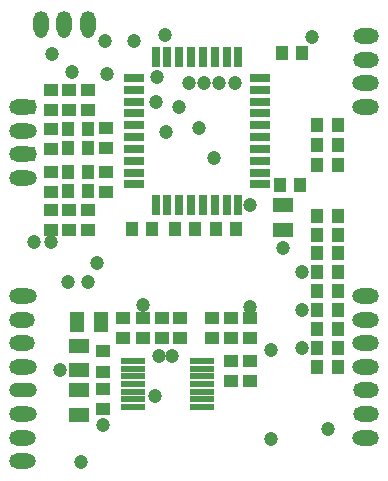
<source format=gbr>
G04 DipTrace 2.4.0.2*
%IN1_Layer_Top_Mask.gbr*%
%MOIN*%
%ADD41R,0.0669X0.0315*%
%ADD43R,0.0315X0.0669*%
%ADD45R,0.0787X0.0236*%
%ADD51O,0.0866X0.0492*%
%ADD53O,0.0512X0.0866*%
%ADD55R,0.0669X0.0472*%
%ADD57C,0.0472*%
%ADD59O,0.0866X0.0512*%
%ADD61R,0.0512X0.0669*%
%ADD63R,0.0479X0.0429*%
%ADD65R,0.0669X0.0512*%
%ADD67R,0.0429X0.0479*%
%FSLAX44Y44*%
G04*
G70*
G90*
G75*
G01*
%LNTopMask*%
%LPD*%
D67*
X13976Y14803D3*
X14646D3*
X13976Y15472D3*
X14646D3*
X13976Y16142D3*
X14646D3*
D65*
X6024Y7953D3*
Y8780D3*
D63*
X5709Y12638D3*
Y13307D3*
D67*
X6339Y14567D3*
X5669D3*
D61*
X6772Y9567D3*
X5945D3*
D67*
X12717Y14134D3*
X13386D3*
X6339Y13937D3*
X5669D3*
X6339Y15354D3*
X5669D3*
X6339Y15984D3*
X5669D3*
D63*
X5709Y17283D3*
Y16614D3*
D65*
X6024Y6457D3*
Y7283D3*
X12835Y12638D3*
Y13465D3*
D63*
X7480Y9016D3*
Y9685D3*
X8150Y9016D3*
Y9685D3*
X9409Y9016D3*
Y9685D3*
X10472Y9016D3*
Y9685D3*
X11732Y9016D3*
Y9685D3*
D67*
X11260Y12677D3*
X10591D3*
D63*
X5079Y12638D3*
Y13307D3*
Y16614D3*
Y17283D3*
D59*
X4134Y15157D3*
D57*
X8150Y10118D3*
X13465Y11220D3*
D55*
X4213Y15157D3*
D59*
X4134Y14370D3*
D57*
X13465Y9961D3*
Y8701D3*
D53*
X5531Y19488D3*
D57*
X11220Y17520D3*
D53*
X6319Y19488D3*
D57*
X10709Y17520D3*
D59*
X4134Y5709D3*
D57*
X9685Y17520D3*
D59*
X4134Y6496D3*
D57*
X10197Y17520D3*
D51*
X4134Y7283D3*
D59*
Y8071D3*
D57*
X11732Y10079D3*
X15354Y5709D3*
D59*
X4134Y8858D3*
Y9646D3*
D57*
X4409Y15157D3*
D59*
X4134Y10433D3*
D57*
X8937Y15906D3*
D63*
X6811Y7913D3*
D59*
X15591Y5709D3*
D63*
X6811Y8583D3*
D59*
X15591Y6496D3*
Y7283D3*
D57*
X6614Y11535D3*
D63*
X6811Y6654D3*
D59*
X15591Y8071D3*
D63*
X6811Y7323D3*
D59*
X15591Y8858D3*
Y9646D3*
D57*
X5669Y10906D3*
D59*
X15591Y10433D3*
D57*
X12441Y8622D3*
D59*
X15591Y16732D3*
D57*
X6102Y4882D3*
D59*
X15591Y17520D3*
D57*
X12441Y5669D3*
D59*
X15591Y18307D3*
D57*
X14331Y5984D3*
D59*
X15591Y19094D3*
D57*
X6339Y10906D3*
D59*
X4134Y15945D3*
D57*
X9370Y16732D3*
D59*
X4134D3*
D57*
X6969Y17835D3*
X5118Y18504D3*
X5787Y17913D3*
X6890Y18937D3*
X8583Y16890D3*
X13780Y19055D3*
X10512Y15039D3*
X4528Y12244D3*
X10039Y16024D3*
X4370Y5709D3*
Y4921D3*
X4409Y10433D3*
X8543Y7087D3*
X7874Y18937D3*
X8898Y19134D3*
X11732Y13465D3*
X12835Y12047D3*
X6811Y6142D3*
X5079Y12244D3*
X4409Y16732D3*
X6319Y19252D3*
X5531D3*
X8622Y17717D3*
X4409Y8071D3*
Y7283D3*
Y6496D3*
X15354Y10433D3*
Y9646D3*
Y8858D3*
Y8071D3*
Y17520D3*
Y16732D3*
X4744Y19252D3*
X4409Y14370D3*
X8701Y8425D3*
X4409Y15945D3*
X9134Y8425D3*
X5394Y7953D3*
D45*
X7835Y8268D3*
Y8012D3*
Y7756D3*
Y7500D3*
Y7244D3*
Y6988D3*
Y6732D3*
X10118D3*
Y6988D3*
Y7244D3*
Y7500D3*
Y7756D3*
Y8012D3*
Y8268D3*
D53*
X4744Y19488D3*
D55*
X4213Y16732D3*
D59*
X4134Y4921D3*
D63*
X6339Y17283D3*
Y16614D3*
X5079Y14567D3*
Y13898D3*
X8780Y9016D3*
Y9685D3*
X11102Y9016D3*
Y9685D3*
X6929Y16024D3*
Y15354D3*
Y13898D3*
Y14567D3*
X6339Y12638D3*
Y13307D3*
X5079Y15984D3*
Y15315D3*
D67*
X14646Y11220D3*
X13976D3*
X14646Y10591D3*
X13976D3*
X14646Y9961D3*
X13976D3*
X14646Y9331D3*
X13976D3*
X14646Y8701D3*
X13976D3*
X14646Y8071D3*
X13976D3*
D63*
X11102Y8268D3*
Y7598D3*
X11732Y8268D3*
Y7598D3*
D67*
X14646Y11850D3*
X13976D3*
X14646Y12480D3*
X13976D3*
X14646Y13110D3*
X13976D3*
X8465Y12677D3*
X7795D3*
X9882D3*
X9213D3*
X13465Y18543D3*
X12795D3*
D43*
X10551Y13465D3*
X10945D3*
X11339D3*
X10157D3*
X9370D3*
X8583D3*
X9764D3*
X8976D3*
D41*
X12067Y14154D3*
X7854D3*
X12067Y14547D3*
Y14941D3*
Y15335D3*
Y15728D3*
Y16122D3*
Y16516D3*
Y16909D3*
Y17303D3*
Y17697D3*
X7854Y14547D3*
Y14941D3*
Y15335D3*
Y15728D3*
Y16122D3*
Y16516D3*
Y16909D3*
Y17303D3*
Y17697D3*
D43*
X10945Y18386D3*
X11339D3*
X10551D3*
X10157D3*
X9764D3*
X9370D3*
X8976D3*
X8583D3*
M02*

</source>
